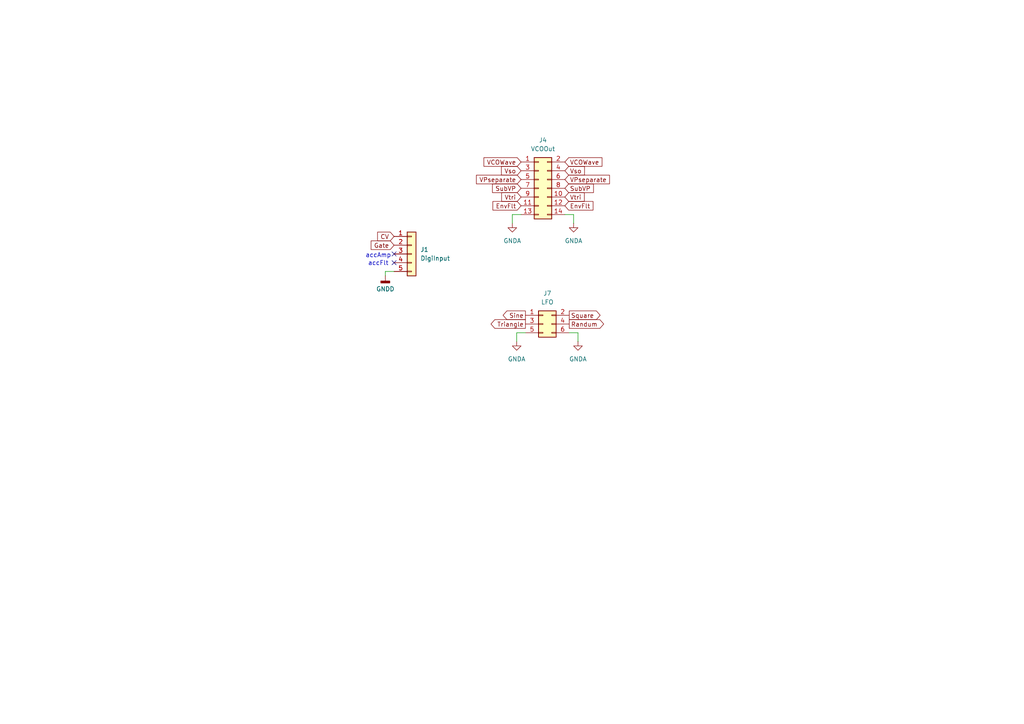
<source format=kicad_sch>
(kicad_sch (version 20250114) (generator "eeschema") (generator_version "9.0")
  (paper "A4")
  (lib_symbols
    (symbol "Connector_Generic:Conn_01x05" (pin_names (offset 1.016) (hide yes))
      (property "Reference" "J" (at 0 7.62 0))
      (property "Value" "Conn_01x05" (at 0 -7.62 0))
      (symbol "Conn_01x05_1_1"
        (rectangle (start -1.27 6.35) (end 1.27 -6.35) (stroke (width 0.254)) (fill (type background)))
        (rectangle (start -1.27 5.207) (end 0 4.953) (stroke (width 0.1524)))
        (rectangle (start -1.27 2.667) (end 0 2.413) (stroke (width 0.1524)))
        (rectangle (start -1.27 0.127) (end 0 -0.127) (stroke (width 0.1524)))
        (rectangle (start -1.27 -2.413) (end 0 -2.667) (stroke (width 0.1524)))
        (rectangle (start -1.27 -4.953) (end 0 -5.207) (stroke (width 0.1524)))
        (pin passive line (at -5.08 5.08 0) (length 3.81) (name "Pin_1") (number "1"))
        (pin passive line (at -5.08 2.54 0) (length 3.81) (name "Pin_2") (number "2"))
        (pin passive line (at -5.08 0 0) (length 3.81) (name "Pin_3") (number "3"))
        (pin passive line (at -5.08 -2.54 0) (length 3.81) (name "Pin_4") (number "4"))
        (pin passive line (at -5.08 -5.08 0) (length 3.81) (name "Pin_5") (number "5"))
      )
    )
    (symbol "Connector_Generic:Conn_02x03_Odd_Even" (pin_names (offset 1.016) (hide yes))
      (property "Reference" "J" (at 1.27 5.08 0))
      (property "Value" "Conn_02x03_Odd_Even" (at 1.27 -5.08 0))
      (symbol "Conn_02x03_Odd_Even_1_1"
        (rectangle (start -1.27 3.81) (end 3.81 -3.81) (stroke (width 0.254)) (fill (type background)))
        (rectangle (start -1.27 2.667) (end 0 2.413) (stroke (width 0.1524)))
        (rectangle (start -1.27 0.127) (end 0 -0.127) (stroke (width 0.1524)))
        (rectangle (start -1.27 -2.413) (end 0 -2.667) (stroke (width 0.1524)))
        (rectangle (start 3.81 2.667) (end 2.54 2.413) (stroke (width 0.1524)))
        (rectangle (start 3.81 0.127) (end 2.54 -0.127) (stroke (width 0.1524)))
        (rectangle (start 3.81 -2.413) (end 2.54 -2.667) (stroke (width 0.1524)))
        (pin passive line (at -5.08 2.54 0) (length 3.81) (name "Pin_1") (number "1"))
        (pin passive line (at -5.08 0 0) (length 3.81) (name "Pin_3") (number "3"))
        (pin passive line (at -5.08 -2.54 0) (length 3.81) (name "Pin_5") (number "5"))
        (pin passive line (at 7.62 2.54 180) (length 3.81) (name "Pin_2") (number "2"))
        (pin passive line (at 7.62 0 180) (length 3.81) (name "Pin_4") (number "4"))
        (pin passive line (at 7.62 -2.54 180) (length 3.81) (name "Pin_6") (number "6"))
      )
    )
    (symbol "Connector_Generic:Conn_02x07_Odd_Even" (pin_names (offset 1.016) (hide yes))
      (property "Reference" "J" (at 1.27 10.16 0))
      (property "Value" "Conn_02x07_Odd_Even" (at 1.27 -10.16 0))
      (symbol "Conn_02x07_Odd_Even_1_1"
        (rectangle (start -1.27 8.89) (end 3.81 -8.89) (stroke (width 0.254)) (fill (type background)))
        (rectangle (start -1.27 7.747) (end 0 7.493) (stroke (width 0.1524)))
        (rectangle (start -1.27 5.207) (end 0 4.953) (stroke (width 0.1524)))
        (rectangle (start -1.27 2.667) (end 0 2.413) (stroke (width 0.1524)))
        (rectangle (start -1.27 0.127) (end 0 -0.127) (stroke (width 0.1524)))
        (rectangle (start -1.27 -2.413) (end 0 -2.667) (stroke (width 0.1524)))
        (rectangle (start -1.27 -4.953) (end 0 -5.207) (stroke (width 0.1524)))
        (rectangle (start -1.27 -7.493) (end 0 -7.747) (stroke (width 0.1524)))
        (rectangle (start 3.81 7.747) (end 2.54 7.493) (stroke (width 0.1524)))
        (rectangle (start 3.81 5.207) (end 2.54 4.953) (stroke (width 0.1524)))
        (rectangle (start 3.81 2.667) (end 2.54 2.413) (stroke (width 0.1524)))
        (rectangle (start 3.81 0.127) (end 2.54 -0.127) (stroke (width 0.1524)))
        (rectangle (start 3.81 -2.413) (end 2.54 -2.667) (stroke (width 0.1524)))
        (rectangle (start 3.81 -4.953) (end 2.54 -5.207) (stroke (width 0.1524)))
        (rectangle (start 3.81 -7.493) (end 2.54 -7.747) (stroke (width 0.1524)))
        (pin passive line (at -5.08 7.62 0) (length 3.81) (name "Pin_1") (number "1"))
        (pin passive line (at -5.08 5.08 0) (length 3.81) (name "Pin_3") (number "3"))
        (pin passive line (at -5.08 2.54 0) (length 3.81) (name "Pin_5") (number "5"))
        (pin passive line (at -5.08 0 0) (length 3.81) (name "Pin_7") (number "7"))
        (pin passive line (at -5.08 -2.54 0) (length 3.81) (name "Pin_9") (number "9"))
        (pin passive line (at -5.08 -5.08 0) (length 3.81) (name "Pin_11") (number "11"))
        (pin passive line (at -5.08 -7.62 0) (length 3.81) (name "Pin_13") (number "13"))
        (pin passive line (at 7.62 7.62 180) (length 3.81) (name "Pin_2") (number "2"))
        (pin passive line (at 7.62 5.08 180) (length 3.81) (name "Pin_4") (number "4"))
        (pin passive line (at 7.62 2.54 180) (length 3.81) (name "Pin_6") (number "6"))
        (pin passive line (at 7.62 0 180) (length 3.81) (name "Pin_8") (number "8"))
        (pin passive line (at 7.62 -2.54 180) (length 3.81) (name "Pin_10") (number "10"))
        (pin passive line (at 7.62 -5.08 180) (length 3.81) (name "Pin_12") (number "12"))
        (pin passive line (at 7.62 -7.62 180) (length 3.81) (name "Pin_14") (number "14"))
      )
    )
    (symbol "power:GNDA" (power) (pin_numbers (hide yes)) (pin_names (offset 0) (hide yes))
      (property "Value" "GNDA" (at 0 -3.81 0))
      (symbol "GNDA_0_1"
        (polyline (pts (xy 0 0) (xy 0 -1.27) (xy 1.27 -1.27) (xy 0 -2.54) (xy -1.27 -1.27) (xy 0 -1.27)))
      )
      (symbol "GNDA_1_1"
        (pin power_in line (at 0 0 270) (length 0) (name "~") (number "1"))
      )
    )
    (symbol "power:GNDD" (power) (pin_numbers (hide yes)) (pin_names (offset 0) (hide yes))
      (property "Value" "GNDD" (at 0 -3.175 0))
      (symbol "GNDD_0_1"
        (rectangle (start -1.27 -1.524) (end 1.27 -2.032) (stroke (width 0.254)) (fill (type outline)))
        (polyline (pts (xy 0 0) (xy 0 -1.524)))
      )
      (symbol "GNDD_1_1"
        (pin power_in line (at 0 0 270) (length 0) (name "~") (number "1"))
      )
    )
  )
  (text "accFlt" (at 109.728 76.454 0) (effects (font (size 1.27 1.27))))
  (text "accAmp" (at 109.728 74.168 0) (effects (font (size 1.27 1.27))))
  (no_connect (at 114.3 76.2))
  (no_connect (at 114.3 73.66))
  (wire (pts (xy 151.13 62.23) (xy 148.59 62.23)))
  (wire (pts (xy 167.64 96.52) (xy 167.64 99.06)))
  (wire (pts (xy 163.83 62.23) (xy 166.37 62.23)))
  (wire (pts (xy 148.59 62.23) (xy 148.59 64.77)))
  (wire (pts (xy 165.1 96.52) (xy 167.64 96.52)))
  (wire (pts (xy 149.86 96.52) (xy 149.86 99.06)))
  (wire (pts (xy 152.4 96.52) (xy 149.86 96.52)))
  (wire (pts (xy 114.3 78.74) (xy 111.76 78.74)))
  (wire (pts (xy 166.37 62.23) (xy 166.37 64.77)))
  (wire (pts (xy 111.76 78.74) (xy 111.76 80.01)))
  (global_label "VPseparate" (shape input) (at 151.13 52.07 180) (property "Intersheetrefs" "${INTERSHEET_REFS}" (effects (hide yes))))
  (global_label "Vtri" (shape input) (at 163.83 57.15 0) (property "Intersheetrefs" "${INTERSHEET_REFS}" (effects (hide yes))))
  (global_label "Randum" (shape output) (at 165.1 93.98 0) (property "Intersheetrefs" "${INTERSHEET_REFS}" (effects (hide yes))))
  (global_label "EnvFlt" (shape input) (at 163.83 59.69 0) (property "Intersheetrefs" "${INTERSHEET_REFS}" (effects (hide yes))))
  (global_label "Vso" (shape input) (at 151.13 49.53 180) (property "Intersheetrefs" "${INTERSHEET_REFS}" (effects (hide yes))))
  (global_label "Gate" (shape input) (at 114.3 71.12 180) (property "Intersheetrefs" "${INTERSHEET_REFS}" (effects (hide yes))))
  (global_label "Sine" (shape output) (at 152.4 91.44 180) (property "Intersheetrefs" "${INTERSHEET_REFS}" (effects (hide yes))))
  (global_label "Vso" (shape input) (at 163.83 49.53 0) (property "Intersheetrefs" "${INTERSHEET_REFS}" (effects (hide yes))))
  (global_label "EnvFlt" (shape input) (at 151.13 59.69 180) (property "Intersheetrefs" "${INTERSHEET_REFS}" (effects (hide yes))))
  (global_label "Square" (shape output) (at 165.1 91.44 0) (property "Intersheetrefs" "${INTERSHEET_REFS}" (effects (hide yes))))
  (global_label "VCOWave" (shape input) (at 163.83 46.99 0) (property "Intersheetrefs" "${INTERSHEET_REFS}" (effects (hide yes))))
  (global_label "SubVP" (shape input) (at 163.83 54.61 0) (property "Intersheetrefs" "${INTERSHEET_REFS}" (effects (hide yes))))
  (global_label "Triangle" (shape output) (at 152.4 93.98 180) (property "Intersheetrefs" "${INTERSHEET_REFS}" (effects (hide yes))))
  (global_label "Vtri" (shape input) (at 151.13 57.15 180) (property "Intersheetrefs" "${INTERSHEET_REFS}" (effects (hide yes))))
  (global_label "VCOWave" (shape input) (at 151.13 46.99 180) (property "Intersheetrefs" "${INTERSHEET_REFS}" (effects (hide yes))))
  (global_label "CV" (shape input) (at 114.3 68.58 180) (property "Intersheetrefs" "${INTERSHEET_REFS}" (effects (hide yes))))
  (global_label "SubVP" (shape input) (at 151.13 54.61 180) (property "Intersheetrefs" "${INTERSHEET_REFS}" (effects (hide yes))))
  (global_label "VPseparate" (shape input) (at 163.83 52.07 0) (property "Intersheetrefs" "${INTERSHEET_REFS}" (effects (hide yes))))
  (symbol (lib_id "Connector_Generic:Conn_01x05") (at 119.38 73.66 0) (unit 1)
    (property "Reference" "J1" (at 121.92 72.3899 0) (effects (justify left)))
    (property "Value" "DigiInput" (at 121.92 74.9299 0) (effects (justify left)))
    (property "Footprint" "Connector_PinSocket_2.54mm:PinSocket_1x05_P2.54mm_Vertical" (effects (hide yes)))
    (property "Description" "Generic connector, single row, 01x05, script generated (kicad-library-utils/schlib/autogen/connector/)" (effects (hide yes)))
  )
  (symbol (lib_id "Connector_Generic:Conn_02x03_Odd_Even") (at 157.48 93.98 0) (unit 1)
    (property "Reference" "J7" (at 158.75 85.09 0))
    (property "Value" "LFO" (at 158.75 87.63 0))
    (property "Footprint" "Connector_PinSocket_2.54mm:PinSocket_2x03_P2.54mm_Vertical" (effects (hide yes)))
    (property "Description" "Generic connector, double row, 02x03, odd/even pin numbering scheme (row 1 odd numbers, row 2 even numbers), script generated (kicad-library-utils/schlib/autogen/connector/)" (effects (hide yes)))
  )
  (symbol (lib_id "power:GNDA") (at 167.64 99.06 0) (unit 1)
    (property "Reference" "#PWR050" (effects (hide yes)))
    (property "Value" "GNDA" (at 167.64 104.14 0))
    (property "Description" "Power symbol creates a global label with name \"GNDA\" , analog ground" (effects (hide yes)))
  )
  (symbol (lib_id "Connector_Generic:Conn_02x07_Odd_Even") (at 156.21 54.61 0) (unit 1)
    (property "Reference" "J4" (at 157.48 40.64 0))
    (property "Value" "VCOOut" (at 157.48 43.18 0))
    (property "Footprint" "Connector_PinSocket_2.54mm:PinSocket_2x07_P2.54mm_Vertical" (effects (hide yes)))
    (property "Description" "Generic connector, double row, 02x07, odd/even pin numbering scheme (row 1 odd numbers, row 2 even numbers), script generated (kicad-library-utils/schlib/autogen/connector/)" (effects (hide yes)))
  )
  (symbol (lib_id "power:GNDD") (at 111.76 80.01 0) (unit 1)
    (property "Reference" "#PWR085" (effects (hide yes)))
    (property "Value" "GNDD" (at 111.76 83.82 0))
    (property "Description" "Power symbol creates a global label with name \"GNDD\" , digital ground" (effects (hide yes)))
  )
  (symbol (lib_id "power:GNDA") (at 148.59 64.77 0) (unit 1)
    (property "Reference" "#PWR0139" (effects (hide yes)))
    (property "Value" "GNDA" (at 148.59 69.85 0))
    (property "Description" "Power symbol creates a global label with name \"GNDA\" , analog ground" (effects (hide yes)))
  )
  (symbol (lib_id "power:GNDA") (at 166.37 64.77 0) (unit 1)
    (property "Reference" "#PWR0198" (effects (hide yes)))
    (property "Value" "GNDA" (at 166.37 69.85 0))
    (property "Description" "Power symbol creates a global label with name \"GNDA\" , analog ground" (effects (hide yes)))
  )
  (symbol (lib_id "power:GNDA") (at 149.86 99.06 0) (unit 1)
    (property "Reference" "#PWR023" (effects (hide yes)))
    (property "Value" "GNDA" (at 149.86 104.14 0))
    (property "Description" "Power symbol creates a global label with name \"GNDA\" , analog ground" (effects (hide yes)))
  )
)
</source>
